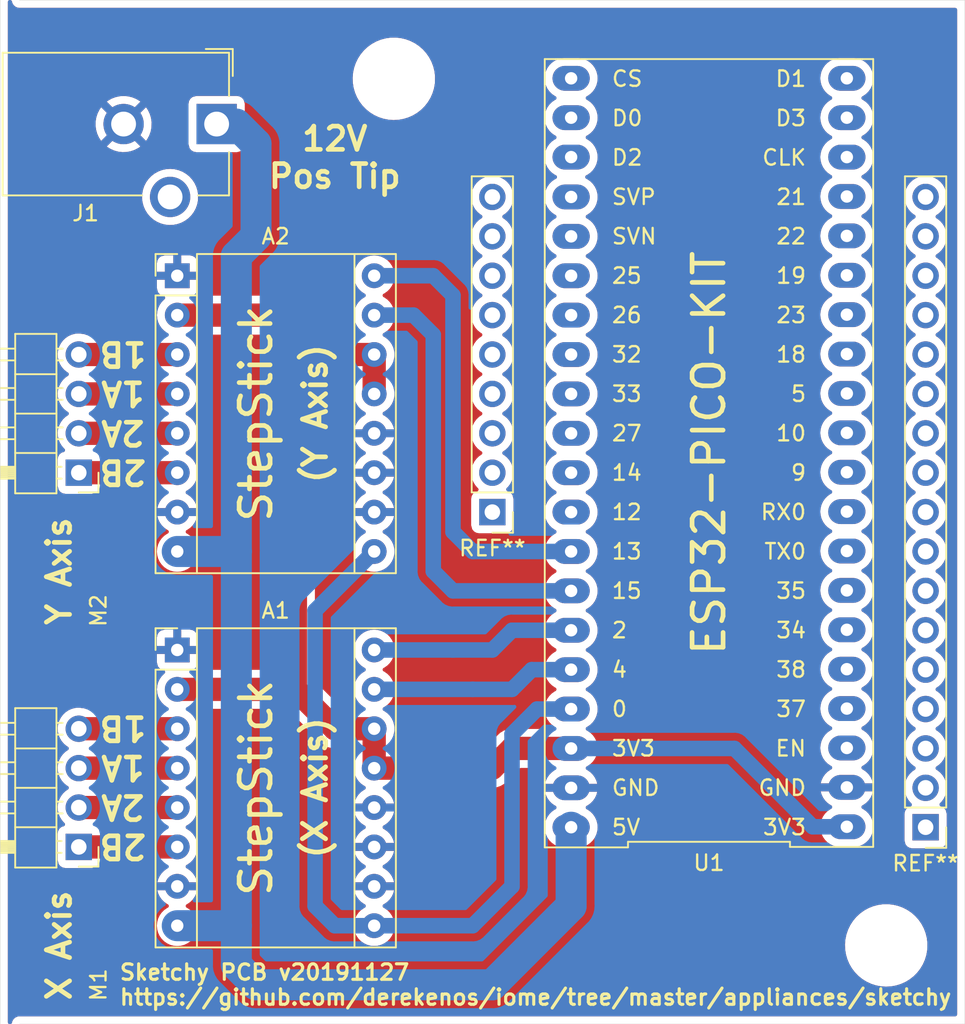
<source format=kicad_pcb>
(kicad_pcb (version 20190905) (host pcbnew "5.99.0-unknown-c3175b4~86~ubuntu16.04.1")
  (layers (0 "F.Cu" signal hide) (31 "B.Cu" signal) (34 "B.Paste" user hide) (35 "F.Paste" user hide) (36 "B.SilkS" user hide) (37 "F.SilkS" user hide) (38 "B.Mask" user hide) (39 "F.Mask" user hide) (44 "Edge.Cuts" user hide))
  (net 0 "")
  (net 1 "GND")
  (net 2 "NOT_ENABLE")
  (net 3 "3V3")
  (net 4 "Net-(A1-Pad3)")
  (net 5 "Net-(A1-Pad4)")
  (net 6 "Net-(A1-Pad5)")
  (net 7 "Net-(A1-Pad6)")
  (net 8 "STEPPER_X_STEP")
  (net 9 "VDD")
  (net 10 "STEPPER_X_DIR")
  (net 11 "STEPPER_Y_STEP")
  (net 12 "STEPPER_Y_DIR")
  (net 13 "Net-(U1-Pad3)")
  (net 14 "Net-(U1-Pad4)")
  (net 15 "Net-(U1-Pad5)")
  (net 16 "Net-(U1-Pad6)")
  (net 17 "Net-(U1-Pad7)")
  (net 18 "Net-(U1-Pad8)")
  (net 19 "Net-(U1-Pad32)")
  (net 20 "Net-(U1-Pad9)")
  (net 21 "Net-(U1-Pad31)")
  (net 22 "Net-(U1-Pad10)")
  (net 23 "Net-(U1-Pad30)")
  (net 24 "Net-(U1-Pad11)")
  (net 25 "Net-(U1-Pad29)")
  (net 26 "Net-(U1-Pad12)")
  (net 27 "Net-(U1-Pad28)")
  (net 28 "Net-(U1-Pad13)")
  (net 29 "Net-(U1-Pad27)")
  (net 30 "Net-(U1-Pad14)")
  (net 31 "Net-(U1-Pad26)")
  (net 32 "Net-(U1-Pad15)")
  (net 33 "Net-(U1-Pad25)")
  (net 34 "Net-(U1-Pad16)")
  (net 35 "Net-(U1-Pad24)")
  (net 36 "Net-(U1-Pad17)")
  (net 37 "Net-(U1-Pad23)")
  (net 38 "Net-(U1-Pad22)")
  (net 39 "Net-(U1-Pad21)")
  (net 40 "Net-(U1-Pad20)")
  (net 41 "Net-(U1-Pad19)")
  (net 42 "Net-(U1-Pad18)")
  (net 43 "Net-(A1-Pad3)_1")
  (net 44 "Net-(A1-Pad4)_1")
  (net 45 "Net-(A1-Pad5)_1")
  (net 46 "Net-(A1-Pad6)_1")
  (module "Pin_Headers:Pin_Header_Straight_1x09_Pitch2.54mm" (layer "F.Cu") (at 161.29 128.27 180)
    (fp_text reference "REF**" (at 0 -2.33) (layer "F.SilkS"))
    (fp_text value "Pin_Header_Straight_1x09_Pitch2.54mm")
    (fp_line (start -1.33 21.65) (end 1.33 21.65) (layer "F.SilkS") (width 0.12))
    (fp_line (start -1.33 1.27) (end -1.33 21.65) (layer "F.SilkS") (width 0.12))
    (fp_line (start 1.33 1.27) (end 1.33 21.65) (layer "F.SilkS") (width 0.12))
    (fp_line (start -1.33 1.27) (end 1.33 1.27) (layer "F.SilkS") (width 0.12))
    (fp_line (start -1.33 0) (end -1.33 -1.33) (layer "F.SilkS") (width 0.12))
    (fp_line (start -1.33 -1.33) (end 0 -1.33) (layer "F.SilkS") (width 0.12))
    (pad "9" thru_hole oval (at 0 20.32 180) (size 1.7 1.7) (drill 1) (layers *.Cu *.Mask))
    (pad "8" thru_hole oval (at 0 17.78 180) (size 1.7 1.7) (drill 1) (layers *.Cu *.Mask))
    (pad "7" thru_hole oval (at 0 15.24 180) (size 1.7 1.7) (drill 1) (layers *.Cu *.Mask))
    (pad "6" thru_hole oval (at 0 12.7 180) (size 1.7 1.7) (drill 1) (layers *.Cu *.Mask))
    (pad "5" thru_hole oval (at 0 10.16 180) (size 1.7 1.7) (drill 1) (layers *.Cu *.Mask))
    (pad "4" thru_hole oval (at 0 7.62 180) (size 1.7 1.7) (drill 1) (layers *.Cu *.Mask))
    (pad "3" thru_hole oval (at 0 5.08 180) (size 1.7 1.7) (drill 1) (layers *.Cu *.Mask))
    (pad "2" thru_hole oval (at 0 2.54 180) (size 1.7 1.7) (drill 1) (layers *.Cu *.Mask))
    (pad "1" thru_hole rect (at 0 0 180) (size 1.7 1.7) (drill 1) (layers *.Cu *.Mask))
  )
  (module "Pin_Headers:Pin_Header_Straight_1x17_Pitch2.54mm" (layer "F.Cu") (at 189.23 148.59 180)
    (fp_text reference "REF**" (at 0 -2.33) (layer "F.SilkS"))
    (fp_text value "Pin_Header_Straight_1x17_Pitch2.54mm")
    (fp_line (start -1.33 41.97) (end 1.33 41.97) (layer "F.SilkS") (width 0.12))
    (fp_line (start -1.33 1.27) (end -1.33 41.97) (layer "F.SilkS") (width 0.12))
    (fp_line (start 1.33 1.27) (end 1.33 41.97) (layer "F.SilkS") (width 0.12))
    (fp_line (start -1.33 1.27) (end 1.33 1.27) (layer "F.SilkS") (width 0.12))
    (fp_line (start -1.33 0) (end -1.33 -1.33) (layer "F.SilkS") (width 0.12))
    (fp_line (start -1.33 -1.33) (end 0 -1.33) (layer "F.SilkS") (width 0.12))
    (pad "17" thru_hole oval (at 0 40.64 180) (size 1.7 1.7) (drill 1) (layers *.Cu *.Mask))
    (pad "16" thru_hole oval (at 0 38.1 180) (size 1.7 1.7) (drill 1) (layers *.Cu *.Mask))
    (pad "15" thru_hole oval (at 0 35.56 180) (size 1.7 1.7) (drill 1) (layers *.Cu *.Mask))
    (pad "14" thru_hole oval (at 0 33.02 180) (size 1.7 1.7) (drill 1) (layers *.Cu *.Mask))
    (pad "13" thru_hole oval (at 0 30.48 180) (size 1.7 1.7) (drill 1) (layers *.Cu *.Mask))
    (pad "12" thru_hole oval (at 0 27.94 180) (size 1.7 1.7) (drill 1) (layers *.Cu *.Mask))
    (pad "11" thru_hole oval (at 0 25.4 180) (size 1.7 1.7) (drill 1) (layers *.Cu *.Mask))
    (pad "10" thru_hole oval (at 0 22.86 180) (size 1.7 1.7) (drill 1) (layers *.Cu *.Mask))
    (pad "9" thru_hole oval (at 0 20.32 180) (size 1.7 1.7) (drill 1) (layers *.Cu *.Mask))
    (pad "8" thru_hole oval (at 0 17.78 180) (size 1.7 1.7) (drill 1) (layers *.Cu *.Mask))
    (pad "7" thru_hole oval (at 0 15.24 180) (size 1.7 1.7) (drill 1) (layers *.Cu *.Mask))
    (pad "6" thru_hole oval (at 0 12.7 180) (size 1.7 1.7) (drill 1) (layers *.Cu *.Mask))
    (pad "5" thru_hole oval (at 0 10.16 180) (size 1.7 1.7) (drill 1) (layers *.Cu *.Mask))
    (pad "4" thru_hole oval (at 0 7.62 180) (size 1.7 1.7) (drill 1) (layers *.Cu *.Mask))
    (pad "3" thru_hole oval (at 0 5.08 180) (size 1.7 1.7) (drill 1) (layers *.Cu *.Mask))
    (pad "2" thru_hole oval (at 0 2.54 180) (size 1.7 1.7) (drill 1) (layers *.Cu *.Mask))
    (pad "1" thru_hole rect (at 0 0 180) (size 1.7 1.7) (drill 1) (layers *.Cu *.Mask))
  )
  (module "Mounting_Holes:MountingHole_4.3mm_M4" (layer "F.Cu") (at 186.69 156.21)
    (fp_text reference "REF**" hide)
    (fp_text value "MountingHole_4.3mm_M4" hide)
    (pad "1" np_thru_hole circle (at 0 0) (size 4.3 4.3) (drill 4.3) (layers *.Cu *.Mask))
  )
  (module "Mounting_Holes:MountingHole_4.3mm_M4" (layer "F.Cu") (at 154.94 100.33)
    (fp_text reference "REF**" hide)
    (fp_text value "MountingHole_4.3mm_M4" hide)
    (pad "1" np_thru_hole circle (at 0 0) (size 4.3 4.3) (drill 4.3) (layers *.Cu *.Mask))
  )
  (module "Pin_Headers:Pin_Header_Angled_1x04_Pitch2.54mm" (layer "F.Cu") (at 134.62 125.73 180)
    (fp_text reference "M2" (at -1.27 -8.89 90) (layer "F.SilkS"))
    (fp_text value "Stepper_Motor_bipolar" hide)
    (fp_line (start -1.27 -1.27) (end 0 -1.27) (layer "F.SilkS") (width 0.12))
    (fp_line (start -1.27 0) (end -1.27 -1.27) (layer "F.SilkS") (width 0.12))
    (fp_line (start 1.042929 8) (end 1.44 8) (layer "F.SilkS") (width 0.12))
    (fp_line (start 1.042929 7.24) (end 1.44 7.24) (layer "F.SilkS") (width 0.12))
    (fp_line (start 10.1 8) (end 4.1 8) (layer "F.SilkS") (width 0.12))
    (fp_line (start 10.1 7.24) (end 10.1 8) (layer "F.SilkS") (width 0.12))
    (fp_line (start 4.1 7.24) (end 10.1 7.24) (layer "F.SilkS") (width 0.12))
    (fp_line (start 1.44 6.35) (end 4.1 6.35) (layer "F.SilkS") (width 0.12))
    (fp_line (start 1.042929 5.46) (end 1.44 5.46) (layer "F.SilkS") (width 0.12))
    (fp_line (start 1.042929 4.7) (end 1.44 4.7) (layer "F.SilkS") (width 0.12))
    (fp_line (start 10.1 5.46) (end 4.1 5.46) (layer "F.SilkS") (width 0.12))
    (fp_line (start 10.1 4.7) (end 10.1 5.46) (layer "F.SilkS") (width 0.12))
    (fp_line (start 4.1 4.7) (end 10.1 4.7) (layer "F.SilkS") (width 0.12))
    (fp_line (start 1.44 3.81) (end 4.1 3.81) (layer "F.SilkS") (width 0.12))
    (fp_line (start 1.042929 2.92) (end 1.44 2.92) (layer "F.SilkS") (width 0.12))
    (fp_line (start 1.042929 2.16) (end 1.44 2.16) (layer "F.SilkS") (width 0.12))
    (fp_line (start 10.1 2.92) (end 4.1 2.92) (layer "F.SilkS") (width 0.12))
    (fp_line (start 10.1 2.16) (end 10.1 2.92) (layer "F.SilkS") (width 0.12))
    (fp_line (start 4.1 2.16) (end 10.1 2.16) (layer "F.SilkS") (width 0.12))
    (fp_line (start 1.44 1.27) (end 4.1 1.27) (layer "F.SilkS") (width 0.12))
    (fp_line (start 1.11 0.38) (end 1.44 0.38) (layer "F.SilkS") (width 0.12))
    (fp_line (start 1.11 -0.38) (end 1.44 -0.38) (layer "F.SilkS") (width 0.12))
    (fp_line (start 4.1 0.28) (end 10.1 0.28) (layer "F.SilkS") (width 0.12))
    (fp_line (start 4.1 0.16) (end 10.1 0.16) (layer "F.SilkS") (width 0.12))
    (fp_line (start 4.1 0.04) (end 10.1 0.04) (layer "F.SilkS") (width 0.12))
    (fp_line (start 4.1 -0.08) (end 10.1 -0.08) (layer "F.SilkS") (width 0.12))
    (fp_line (start 4.1 -0.2) (end 10.1 -0.2) (layer "F.SilkS") (width 0.12))
    (fp_line (start 4.1 -0.32) (end 10.1 -0.32) (layer "F.SilkS") (width 0.12))
    (fp_line (start 10.1 0.38) (end 4.1 0.38) (layer "F.SilkS") (width 0.12))
    (fp_line (start 10.1 -0.38) (end 10.1 0.38) (layer "F.SilkS") (width 0.12))
    (fp_line (start 4.1 -0.38) (end 10.1 -0.38) (layer "F.SilkS") (width 0.12))
    (fp_line (start 4.1 -1.33) (end 1.44 -1.33) (layer "F.SilkS") (width 0.12))
    (fp_line (start 4.1 8.95) (end 4.1 -1.33) (layer "F.SilkS") (width 0.12))
    (fp_line (start 1.44 8.95) (end 4.1 8.95) (layer "F.SilkS") (width 0.12))
    (fp_line (start 1.44 -1.33) (end 1.44 8.95) (layer "F.SilkS") (width 0.12))
    (pad "1" thru_hole rect (at 0 0 180) (size 1.7 1.7) (drill 1) (layers *.Cu *.Mask) (net 7 "Net-(A1-Pad6)"))
    (pad "2" thru_hole oval (at 0 2.54 180) (size 1.7 1.7) (drill 1) (layers *.Cu *.Mask) (net 45 "Net-(A1-Pad5)_1"))
    (pad "3" thru_hole oval (at 0 5.08 180) (size 1.7 1.7) (drill 1) (layers *.Cu *.Mask) (net 5 "Net-(A1-Pad4)"))
    (pad "4" thru_hole oval (at 0 7.62 180) (size 1.7 1.7) (drill 1) (layers *.Cu *.Mask) (net 4 "Net-(A1-Pad3)"))
  )
  (module "Pin_Headers:Pin_Header_Angled_1x04_Pitch2.54mm" (layer "F.Cu") (at 134.62 149.86 180)
    (fp_text reference "M1" (at -1.27 -8.89 90) (layer "F.SilkS"))
    (fp_text value "Stepper_Motor_bipolar" hide)
    (fp_line (start -1.27 -1.27) (end 0 -1.27) (layer "F.SilkS") (width 0.12))
    (fp_line (start -1.27 0) (end -1.27 -1.27) (layer "F.SilkS") (width 0.12))
    (fp_line (start 1.042929 8) (end 1.44 8) (layer "F.SilkS") (width 0.12))
    (fp_line (start 1.042929 7.24) (end 1.44 7.24) (layer "F.SilkS") (width 0.12))
    (fp_line (start 10.1 8) (end 4.1 8) (layer "F.SilkS") (width 0.12))
    (fp_line (start 10.1 7.24) (end 10.1 8) (layer "F.SilkS") (width 0.12))
    (fp_line (start 4.1 7.24) (end 10.1 7.24) (layer "F.SilkS") (width 0.12))
    (fp_line (start 1.44 6.35) (end 4.1 6.35) (layer "F.SilkS") (width 0.12))
    (fp_line (start 1.042929 5.46) (end 1.44 5.46) (layer "F.SilkS") (width 0.12))
    (fp_line (start 1.042929 4.7) (end 1.44 4.7) (layer "F.SilkS") (width 0.12))
    (fp_line (start 10.1 5.46) (end 4.1 5.46) (layer "F.SilkS") (width 0.12))
    (fp_line (start 10.1 4.7) (end 10.1 5.46) (layer "F.SilkS") (width 0.12))
    (fp_line (start 4.1 4.7) (end 10.1 4.7) (layer "F.SilkS") (width 0.12))
    (fp_line (start 1.44 3.81) (end 4.1 3.81) (layer "F.SilkS") (width 0.12))
    (fp_line (start 1.042929 2.92) (end 1.44 2.92) (layer "F.SilkS") (width 0.12))
    (fp_line (start 1.042929 2.16) (end 1.44 2.16) (layer "F.SilkS") (width 0.12))
    (fp_line (start 10.1 2.92) (end 4.1 2.92) (layer "F.SilkS") (width 0.12))
    (fp_line (start 10.1 2.16) (end 10.1 2.92) (layer "F.SilkS") (width 0.12))
    (fp_line (start 4.1 2.16) (end 10.1 2.16) (layer "F.SilkS") (width 0.12))
    (fp_line (start 1.44 1.27) (end 4.1 1.27) (layer "F.SilkS") (width 0.12))
    (fp_line (start 1.11 0.38) (end 1.44 0.38) (layer "F.SilkS") (width 0.12))
    (fp_line (start 1.11 -0.38) (end 1.44 -0.38) (layer "F.SilkS") (width 0.12))
    (fp_line (start 4.1 0.28) (end 10.1 0.28) (layer "F.SilkS") (width 0.12))
    (fp_line (start 4.1 0.16) (end 10.1 0.16) (layer "F.SilkS") (width 0.12))
    (fp_line (start 4.1 0.04) (end 10.1 0.04) (layer "F.SilkS") (width 0.12))
    (fp_line (start 4.1 -0.08) (end 10.1 -0.08) (layer "F.SilkS") (width 0.12))
    (fp_line (start 4.1 -0.2) (end 10.1 -0.2) (layer "F.SilkS") (width 0.12))
    (fp_line (start 4.1 -0.32) (end 10.1 -0.32) (layer "F.SilkS") (width 0.12))
    (fp_line (start 10.1 0.38) (end 4.1 0.38) (layer "F.SilkS") (width 0.12))
    (fp_line (start 10.1 -0.38) (end 10.1 0.38) (layer "F.SilkS") (width 0.12))
    (fp_line (start 4.1 -0.38) (end 10.1 -0.38) (layer "F.SilkS") (width 0.12))
    (fp_line (start 4.1 -1.33) (end 1.44 -1.33) (layer "F.SilkS") (width 0.12))
    (fp_line (start 4.1 8.95) (end 4.1 -1.33) (layer "F.SilkS") (width 0.12))
    (fp_line (start 1.44 8.95) (end 4.1 8.95) (layer "F.SilkS") (width 0.12))
    (fp_line (start 1.44 -1.33) (end 1.44 8.95) (layer "F.SilkS") (width 0.12))
    (pad "1" thru_hole rect (at 0 0 180) (size 1.7 1.7) (drill 1) (layers *.Cu *.Mask) (net 46 "Net-(A1-Pad6)_1"))
    (pad "2" thru_hole oval (at 0 2.54 180) (size 1.7 1.7) (drill 1) (layers *.Cu *.Mask) (net 6 "Net-(A1-Pad5)"))
    (pad "3" thru_hole oval (at 0 5.08 180) (size 1.7 1.7) (drill 1) (layers *.Cu *.Mask) (net 44 "Net-(A1-Pad4)_1"))
    (pad "4" thru_hole oval (at 0 7.62 180) (size 1.7 1.7) (drill 1) (layers *.Cu *.Mask) (net 43 "Net-(A1-Pad3)_1"))
  )
  (module "Modules:Pololu_Breakout-16_15.2x20.3mm" (layer "F.Cu") (at 140.97 113.03)
    (fp_text reference "A2" (at 6.35 -2.54) (layer "F.SilkS"))
    (fp_text value "Pololu_Breakout_A4988")
    (fp_line (start 14.1 -1.4) (end 1.27 -1.4) (layer "F.SilkS") (width 0.12))
    (fp_line (start 14.1 19.18) (end 14.1 -1.4) (layer "F.SilkS") (width 0.12))
    (fp_line (start -1.4 19.18) (end 14.1 19.18) (layer "F.SilkS") (width 0.12))
    (fp_line (start -1.4 1.27) (end -1.4 19.18) (layer "F.SilkS") (width 0.12))
    (fp_line (start 1.27 1.27) (end -1.4 1.27) (layer "F.SilkS") (width 0.12))
    (fp_line (start 1.27 -1.4) (end 1.27 1.27) (layer "F.SilkS") (width 0.12))
    (fp_line (start -1.4 -1.4) (end -1.4 0) (layer "F.SilkS") (width 0.12))
    (fp_line (start 0 -1.4) (end -1.4 -1.4) (layer "F.SilkS") (width 0.12))
    (fp_line (start 1.27 1.27) (end 1.27 19.18) (layer "F.SilkS") (width 0.12))
    (fp_line (start 11.43 -1.4) (end 11.43 19.18) (layer "F.SilkS") (width 0.12))
    (pad "1" thru_hole rect (at 0 0) (size 1.6 1.6) (drill 0.8) (layers *.Cu *.Mask) (net 1 "GND"))
    (pad "9" thru_hole oval (at 12.7 17.78) (size 1.6 1.6) (drill 0.8) (layers *.Cu *.Mask) (net 2 "NOT_ENABLE"))
    (pad "2" thru_hole oval (at 0 2.54) (size 1.6 1.6) (drill 0.8) (layers *.Cu *.Mask) (net 3 "3V3"))
    (pad "10" thru_hole oval (at 12.7 15.24) (size 1.6 1.6) (drill 0.8) (layers *.Cu *.Mask) (net 1 "GND"))
    (pad "3" thru_hole oval (at 0 5.08) (size 1.6 1.6) (drill 0.8) (layers *.Cu *.Mask) (net 4 "Net-(A1-Pad3)"))
    (pad "11" thru_hole oval (at 12.7 12.7) (size 1.6 1.6) (drill 0.8) (layers *.Cu *.Mask) (net 1 "GND"))
    (pad "4" thru_hole oval (at 0 7.62) (size 1.6 1.6) (drill 0.8) (layers *.Cu *.Mask) (net 5 "Net-(A1-Pad4)"))
    (pad "12" thru_hole oval (at 12.7 10.16) (size 1.6 1.6) (drill 0.8) (layers *.Cu *.Mask) (net 1 "GND"))
    (pad "5" thru_hole oval (at 0 10.16) (size 1.6 1.6) (drill 0.8) (layers *.Cu *.Mask) (net 45 "Net-(A1-Pad5)_1"))
    (pad "13" thru_hole oval (at 12.7 7.62) (size 1.6 1.6) (drill 0.8) (layers *.Cu *.Mask) (net 3 "3V3"))
    (pad "6" thru_hole oval (at 0 12.7) (size 1.6 1.6) (drill 0.8) (layers *.Cu *.Mask) (net 7 "Net-(A1-Pad6)"))
    (pad "14" thru_hole oval (at 12.7 5.08) (size 1.6 1.6) (drill 0.8) (layers *.Cu *.Mask) (net 3 "3V3"))
    (pad "7" thru_hole oval (at 0 15.24) (size 1.6 1.6) (drill 0.8) (layers *.Cu *.Mask) (net 1 "GND"))
    (pad "15" thru_hole oval (at 12.7 2.54) (size 1.6 1.6) (drill 0.8) (layers *.Cu *.Mask) (net 11 "STEPPER_Y_STEP"))
    (pad "8" thru_hole oval (at 0 17.78) (size 1.6 1.6) (drill 0.8) (layers *.Cu *.Mask) (net 9 "VDD"))
    (pad "16" thru_hole oval (at 12.7 0) (size 1.6 1.6) (drill 0.8) (layers *.Cu *.Mask) (net 12 "STEPPER_Y_DIR"))
  )
  (module "Modules:Pololu_Breakout-16_15.2x20.3mm" (layer "F.Cu") (at 140.97 137.16)
    (fp_text reference "A1" (at 6.35 -2.54) (layer "F.SilkS"))
    (fp_text value "Pololu_Breakout_A4988")
    (fp_line (start 14.1 -1.4) (end 1.27 -1.4) (layer "F.SilkS") (width 0.12))
    (fp_line (start 14.1 19.18) (end 14.1 -1.4) (layer "F.SilkS") (width 0.12))
    (fp_line (start -1.4 19.18) (end 14.1 19.18) (layer "F.SilkS") (width 0.12))
    (fp_line (start -1.4 1.27) (end -1.4 19.18) (layer "F.SilkS") (width 0.12))
    (fp_line (start 1.27 1.27) (end -1.4 1.27) (layer "F.SilkS") (width 0.12))
    (fp_line (start 1.27 -1.4) (end 1.27 1.27) (layer "F.SilkS") (width 0.12))
    (fp_line (start -1.4 -1.4) (end -1.4 0) (layer "F.SilkS") (width 0.12))
    (fp_line (start 0 -1.4) (end -1.4 -1.4) (layer "F.SilkS") (width 0.12))
    (fp_line (start 1.27 1.27) (end 1.27 19.18) (layer "F.SilkS") (width 0.12))
    (fp_line (start 11.43 -1.4) (end 11.43 19.18) (layer "F.SilkS") (width 0.12))
    (pad "1" thru_hole rect (at 0 0) (size 1.6 1.6) (drill 0.8) (layers *.Cu *.Mask) (net 1 "GND"))
    (pad "9" thru_hole oval (at 12.7 17.78) (size 1.6 1.6) (drill 0.8) (layers *.Cu *.Mask) (net 2 "NOT_ENABLE"))
    (pad "2" thru_hole oval (at 0 2.54) (size 1.6 1.6) (drill 0.8) (layers *.Cu *.Mask) (net 3 "3V3"))
    (pad "10" thru_hole oval (at 12.7 15.24) (size 1.6 1.6) (drill 0.8) (layers *.Cu *.Mask) (net 1 "GND"))
    (pad "3" thru_hole oval (at 0 5.08) (size 1.6 1.6) (drill 0.8) (layers *.Cu *.Mask) (net 43 "Net-(A1-Pad3)_1"))
    (pad "11" thru_hole oval (at 12.7 12.7) (size 1.6 1.6) (drill 0.8) (layers *.Cu *.Mask) (net 1 "GND"))
    (pad "4" thru_hole oval (at 0 7.62) (size 1.6 1.6) (drill 0.8) (layers *.Cu *.Mask) (net 44 "Net-(A1-Pad4)_1"))
    (pad "12" thru_hole oval (at 12.7 10.16) (size 1.6 1.6) (drill 0.8) (layers *.Cu *.Mask) (net 1 "GND"))
    (pad "5" thru_hole oval (at 0 10.16) (size 1.6 1.6) (drill 0.8) (layers *.Cu *.Mask) (net 6 "Net-(A1-Pad5)"))
    (pad "13" thru_hole oval (at 12.7 7.62) (size 1.6 1.6) (drill 0.8) (layers *.Cu *.Mask) (net 3 "3V3"))
    (pad "6" thru_hole oval (at 0 12.7) (size 1.6 1.6) (drill 0.8) (layers *.Cu *.Mask) (net 46 "Net-(A1-Pad6)_1"))
    (pad "14" thru_hole oval (at 12.7 5.08) (size 1.6 1.6) (drill 0.8) (layers *.Cu *.Mask) (net 3 "3V3"))
    (pad "7" thru_hole oval (at 0 15.24) (size 1.6 1.6) (drill 0.8) (layers *.Cu *.Mask) (net 1 "GND"))
    (pad "15" thru_hole oval (at 12.7 2.54) (size 1.6 1.6) (drill 0.8) (layers *.Cu *.Mask) (net 8 "STEPPER_X_STEP"))
    (pad "8" thru_hole oval (at 0 17.78) (size 1.6 1.6) (drill 0.8) (layers *.Cu *.Mask) (net 9 "VDD"))
    (pad "16" thru_hole oval (at 12.7 0) (size 1.6 1.6) (drill 0.8) (layers *.Cu *.Mask) (net 10 "STEPPER_X_DIR"))
  )
  (module "Modules-custom:ESP32-PICO-KIT" (layer "F.Cu") (at 172.72 124.46 90)
    (fp_text reference "U1" (at -26.43 2.54) (layer "F.SilkS"))
    (fp_text value "ESP32-PICO-KIT" (at 0 2.54 90) (layer "F.SilkS") (effects (font (size 2 2) (thickness 0.3))))
    (fp_text user "CS" (at 24.13 -3.81 unlocked) (layer "F.SilkS") (effects (justify left)))
    (fp_text user "D0" (at 21.59 -3.81 unlocked) (layer "F.SilkS") (effects (justify left)))
    (fp_text user "D2" (at 19.05 -3.81 unlocked) (layer "F.SilkS") (effects (justify left)))
    (fp_text user "D1" (at 24.13 8.89 unlocked) (layer "F.SilkS") (effects (justify right)))
    (fp_text user "D3" (at 21.59 8.89 unlocked) (layer "F.SilkS") (effects (justify right)))
    (fp_text user "CLK" (at 19.05 8.89 unlocked) (layer "F.SilkS") (effects (justify right)))
    (fp_text user "SVP" (at 16.51 -3.81 unlocked) (layer "F.SilkS") (effects (justify left)))
    (fp_text user "32" (at 6.35 -3.81 unlocked) (layer "F.SilkS") (effects (justify left)))
    (fp_text user "27" (at 1.27 -3.81 unlocked) (layer "F.SilkS") (effects (justify left)))
    (fp_text user "12" (at -3.81 -3.81 unlocked) (layer "F.SilkS") (effects (justify left)))
    (fp_text user "33" (at 3.81 -3.81 unlocked) (layer "F.SilkS") (effects (justify left)))
    (fp_text user "SVN" (at 13.97 -3.81 unlocked) (layer "F.SilkS") (effects (justify left)))
    (fp_text user "25" (at 11.43 -3.81 unlocked) (layer "F.SilkS") (effects (justify left)))
    (fp_text user "26" (at 8.89 -3.81 unlocked) (layer "F.SilkS") (effects (justify left)))
    (fp_text user "14" (at -1.27 -3.81 unlocked) (layer "F.SilkS") (effects (justify left)))
    (fp_text user "13" (at -6.35 -3.81 unlocked) (layer "F.SilkS") (effects (justify left)))
    (fp_text user "15" (at -8.89 -3.81 unlocked) (layer "F.SilkS") (effects (justify left)))
    (fp_text user "2" (at -11.43 -3.81 unlocked) (layer "F.SilkS") (effects (justify left)))
    (fp_text user "4" (at -13.97 -3.81 unlocked) (layer "F.SilkS") (effects (justify left)))
    (fp_text user "0" (at -16.51 -3.81 unlocked) (layer "F.SilkS") (effects (justify left)))
    (fp_text user "3V3" (at -19.05 -3.81 unlocked) (layer "F.SilkS") (effects (justify left)))
    (fp_text user "GND" (at -21.59 -3.81 unlocked) (layer "F.SilkS") (effects (justify left)))
    (fp_text user "5V" (at -24.13 -3.81 unlocked) (layer "F.SilkS") (effects (justify left)))
    (fp_text user "RX0" (at -3.81 8.89 unlocked) (layer "F.SilkS") (effects (justify right)))
    (fp_text user "21" (at 16.51 8.89 unlocked) (layer "F.SilkS") (effects (justify right)))
    (fp_text user "22" (at 13.97 8.89 unlocked) (layer "F.SilkS") (effects (justify right)))
    (fp_text user "19" (at 11.43 8.89 unlocked) (layer "F.SilkS") (effects (justify right)))
    (fp_text user "23" (at 8.89 8.89 unlocked) (layer "F.SilkS") (effects (justify right)))
    (fp_text user "18" (at 6.35 8.89 unlocked) (layer "F.SilkS") (effects (justify right)))
    (fp_text user "5" (at 3.81 8.89 unlocked) (layer "F.SilkS") (effects (justify right)))
    (fp_text user "10" (at 1.27 8.89 unlocked) (layer "F.SilkS") (effects (justify right)))
    (fp_text user "9" (at -1.27 8.89 unlocked) (layer "F.SilkS") (effects (justify right)))
    (fp_text user "TX0" (at -6.35 8.89 unlocked) (layer "F.SilkS") (effects (justify right)))
    (fp_text user "35" (at -8.89 8.89 unlocked) (layer "F.SilkS") (effects (justify right)))
    (fp_text user "34" (at -11.43 8.89 unlocked) (layer "F.SilkS") (effects (justify right)))
    (fp_text user "38" (at -13.97 8.89 unlocked) (layer "F.SilkS") (effects (justify right)))
    (fp_text user "37" (at -16.51 8.89 unlocked) (layer "F.SilkS") (effects (justify right)))
    (fp_text user "EN" (at -19.05 8.89 unlocked) (layer "F.SilkS") (effects (justify right)))
    (fp_text user "GND" (at -21.59 8.89 unlocked) (layer "F.SilkS") (effects (justify right)))
    (fp_text user "3V3" (at -24.13 8.89 unlocked) (layer "F.SilkS") (effects (justify right)))
    (fp_line (start -25.4 7.763333) (end -25.4 13.129999) (layer "F.SilkS") (width 0.12))
    (fp_line (start -25.07 7.763333) (end -25.4 7.763333) (layer "F.SilkS") (width 0.12))
    (fp_line (start -25.07 -2.683333) (end -25.07 7.763333) (layer "F.SilkS") (width 0.12))
    (fp_line (start -25.43 -2.683333) (end -25.07 -2.683333) (layer "F.SilkS") (width 0.12))
    (fp_line (start -25.43 -8.05) (end -25.43 -2.683333) (layer "F.SilkS") (width 0.12))
    (fp_line (start 25.4 -8.049999) (end -25.43 -8.05) (layer "F.SilkS") (width 0.12))
    (fp_line (start 25.4 13.13) (end 25.4 -8.049999) (layer "F.SilkS") (width 0.12))
    (fp_line (start -25.4 13.129999) (end 25.4 13.13) (layer "F.SilkS") (width 0.12))
    (pad "23" thru_hole oval (at 19.08 -6.35 90) (size 1.6 2.4) (drill 0.8) (layers *.Cu *.Mask) (net 37 "Net-(U1-Pad23)"))
    (pad "22" thru_hole oval (at 21.62 -6.35 90) (size 1.6 2.4) (drill 0.8) (layers *.Cu *.Mask) (net 38 "Net-(U1-Pad22)"))
    (pad "21" thru_hole oval (at 24.16 -6.35 90) (size 1.6 2.4) (drill 0.8) (layers *.Cu *.Mask) (net 39 "Net-(U1-Pad21)"))
    (pad "20" thru_hole oval (at 24.16 11.43 90) (size 1.6 2.4) (drill 0.8) (layers *.Cu *.Mask) (net 40 "Net-(U1-Pad20)"))
    (pad "19" thru_hole oval (at 21.62 11.43 90) (size 1.6 2.4) (drill 0.8) (layers *.Cu *.Mask) (net 41 "Net-(U1-Pad19)"))
    (pad "18" thru_hole oval (at 19.08 11.43 90) (size 1.6 2.4) (drill 0.8) (layers *.Cu *.Mask) (net 42 "Net-(U1-Pad18)"))
    (pad "40" thru_hole oval (at -24.13 -6.35 90) (size 1.6 2.4) (drill 0.8) (layers *.Cu *.Mask) (net 9 "VDD"))
    (pad "1" thru_hole oval (at -24.1 11.43 90) (size 1.6 2.4) (drill 0.8) (layers *.Cu *.Mask) (net 3 "3V3"))
    (pad "39" thru_hole oval (at -21.59 -6.35 90) (size 1.6 2.4) (drill 0.8) (layers *.Cu *.Mask) (net 1 "GND"))
    (pad "2" thru_hole oval (at -21.56 11.43 90) (size 1.6 2.4) (drill 0.8) (layers *.Cu *.Mask) (net 1 "GND"))
    (pad "38" thru_hole oval (at -19.05 -6.35 90) (size 1.6 2.4) (drill 0.8) (layers *.Cu *.Mask) (net 3 "3V3"))
    (pad "3" thru_hole oval (at -19.02 11.43 90) (size 1.6 2.4) (drill 0.8) (layers *.Cu *.Mask) (net 13 "Net-(U1-Pad3)"))
    (pad "37" thru_hole oval (at -16.51 -6.35 90) (size 1.6 2.4) (drill 0.8) (layers *.Cu *.Mask) (net 2 "NOT_ENABLE"))
    (pad "4" thru_hole oval (at -16.48 11.43 90) (size 1.6 2.4) (drill 0.8) (layers *.Cu *.Mask) (net 14 "Net-(U1-Pad4)"))
    (pad "36" thru_hole oval (at -13.97 -6.35 90) (size 1.6 2.4) (drill 0.8) (layers *.Cu *.Mask) (net 8 "STEPPER_X_STEP"))
    (pad "5" thru_hole oval (at -13.94 11.43 90) (size 1.6 2.4) (drill 0.8) (layers *.Cu *.Mask) (net 15 "Net-(U1-Pad5)"))
    (pad "35" thru_hole oval (at -11.43 -6.35 90) (size 1.6 2.4) (drill 0.8) (layers *.Cu *.Mask) (net 10 "STEPPER_X_DIR"))
    (pad "6" thru_hole oval (at -11.4 11.43 90) (size 1.6 2.4) (drill 0.8) (layers *.Cu *.Mask) (net 16 "Net-(U1-Pad6)"))
    (pad "34" thru_hole oval (at -8.89 -6.35 90) (size 1.6 2.4) (drill 0.8) (layers *.Cu *.Mask) (net 11 "STEPPER_Y_STEP"))
    (pad "7" thru_hole oval (at -8.86 11.43 90) (size 1.6 2.4) (drill 0.8) (layers *.Cu *.Mask) (net 17 "Net-(U1-Pad7)"))
    (pad "33" thru_hole oval (at -6.35 -6.35 90) (size 1.6 2.4) (drill 0.8) (layers *.Cu *.Mask) (net 12 "STEPPER_Y_DIR"))
    (pad "8" thru_hole oval (at -6.32 11.43 90) (size 1.6 2.4) (drill 0.8) (layers *.Cu *.Mask) (net 18 "Net-(U1-Pad8)"))
    (pad "32" thru_hole oval (at -3.81 -6.35 90) (size 1.6 2.4) (drill 0.8) (layers *.Cu *.Mask) (net 19 "Net-(U1-Pad32)"))
    (pad "9" thru_hole oval (at -3.78 11.43 90) (size 1.6 2.4) (drill 0.8) (layers *.Cu *.Mask) (net 20 "Net-(U1-Pad9)"))
    (pad "31" thru_hole oval (at -1.27 -6.35 90) (size 1.6 2.4) (drill 0.8) (layers *.Cu *.Mask) (net 21 "Net-(U1-Pad31)"))
    (pad "10" thru_hole oval (at -1.24 11.43 90) (size 1.6 2.4) (drill 0.8) (layers *.Cu *.Mask) (net 22 "Net-(U1-Pad10)"))
    (pad "30" thru_hole oval (at 1.27 -6.35 90) (size 1.6 2.4) (drill 0.8) (layers *.Cu *.Mask) (net 23 "Net-(U1-Pad30)"))
    (pad "11" thru_hole oval (at 1.3 11.43 90) (size 1.6 2.4) (drill 0.8) (layers *.Cu *.Mask) (net 24 "Net-(U1-Pad11)"))
    (pad "29" thru_hole oval (at 3.81 -6.35 90) (size 1.6 2.4) (drill 0.8) (layers *.Cu *.Mask) (net 25 "Net-(U1-Pad29)"))
    (pad "12" thru_hole oval (at 3.84 11.43 90) (size 1.6 2.4) (drill 0.8) (layers *.Cu *.Mask) (net 26 "Net-(U1-Pad12)"))
    (pad "28" thru_hole oval (at 6.35 -6.35 90) (size 1.6 2.4) (drill 0.8) (layers *.Cu *.Mask) (net 27 "Net-(U1-Pad28)"))
    (pad "13" thru_hole oval (at 6.38 11.43 90) (size 1.6 2.4) (drill 0.8) (layers *.Cu *.Mask) (net 28 "Net-(U1-Pad13)"))
    (pad "27" thru_hole oval (at 8.89 -6.35 90) (size 1.6 2.4) (drill 0.8) (layers *.Cu *.Mask) (net 29 "Net-(U1-Pad27)"))
    (pad "14" thru_hole oval (at 8.92 11.43 90) (size 1.6 2.4) (drill 0.8) (layers *.Cu *.Mask) (net 30 "Net-(U1-Pad14)"))
    (pad "26" thru_hole oval (at 11.43 -6.35 90) (size 1.6 2.4) (drill 0.8) (layers *.Cu *.Mask) (net 31 "Net-(U1-Pad26)"))
    (pad "15" thru_hole oval (at 11.46 11.43 90) (size 1.6 2.4) (drill 0.8) (layers *.Cu *.Mask) (net 32 "Net-(U1-Pad15)"))
    (pad "25" thru_hole oval (at 13.97 -6.35 90) (size 1.6 2.4) (drill 0.8) (layers *.Cu *.Mask) (net 33 "Net-(U1-Pad25)"))
    (pad "16" thru_hole oval (at 14 11.43 90) (size 1.6 2.4) (drill 0.8) (layers *.Cu *.Mask) (net 34 "Net-(U1-Pad16)"))
    (pad "24" thru_hole oval (at 16.51 -6.35 90) (size 1.6 2.4) (drill 0.8) (layers *.Cu *.Mask) (net 35 "Net-(U1-Pad24)"))
    (pad "17" thru_hole oval (at 16.54 11.43 90) (size 1.6 2.4) (drill 0.8) (layers *.Cu *.Mask) (net 36 "Net-(U1-Pad17)"))
  )
  (module "Connectors:Barrel_Jack_CUI_PJ-102AH" (layer "F.Cu") (at 143.51 103.25 -90)
    (fp_text reference "J1" (at 5.75 8.45) (layer "F.SilkS"))
    (fp_text value "Barrel_Jack")
    (fp_line (start 4.6 4.8) (end 4.6 13.8) (layer "F.SilkS") (width 0.12))
    (fp_line (start 4.6 13.8) (end -4.6 13.8) (layer "F.SilkS") (width 0.12))
    (fp_line (start -4.6 13.8) (end -4.6 -0.8) (layer "F.SilkS") (width 0.12))
    (fp_line (start -4.6 -0.8) (end -1.8 -0.8) (layer "F.SilkS") (width 0.12))
    (fp_line (start 1.8 -0.8) (end 4.6 -0.8) (layer "F.SilkS") (width 0.12))
    (fp_line (start 4.6 -0.8) (end 4.6 1.2) (layer "F.SilkS") (width 0.12))
    (fp_line (start -4.84 0.7) (end -4.84 -1.04) (layer "F.SilkS") (width 0.12))
    (fp_line (start -4.84 -1.04) (end -3.1 -1.04) (layer "F.SilkS") (width 0.12))
    (pad "1" thru_hole rect (at 0 0 270) (size 2.6 2.6) (drill 1.6) (layers *.Cu *.Mask) (net 9 "VDD"))
    (pad "2" thru_hole circle (at 0 6 270) (size 2.6 2.6) (drill 1.6) (layers *.Cu *.Mask) (net 1 "GND"))
    (pad "3" thru_hole circle (at 4.7 3 270) (size 2.6 2.6) (drill 1.6) (layers *.Cu *.Mask))
  )
  (gr_line (start 191.77 95.25) (end 130.81 95.25) (layer "Edge.Cuts") (width 0.05))
  (gr_line (start 191.77 161.29) (end 191.77 95.25) (layer "Edge.Cuts") (width 0.05))
  (gr_line (start 130.81 161.29) (end 191.77 161.29) (layer "Edge.Cuts") (width 0.05))
  (gr_line (start 129.54 95.25) (end 129.54 161.29) (layer "Edge.Cuts") (width 0.05))
  (gr_text "(Y Axis)" (at 149.86 121.92 90) (layer "F.SilkS") (effects (font (size 1.5 1.5) (thickness 0.3))))
  (gr_text "(X Axis)" (at 149.86 146.05 90) (layer "F.SilkS") (effects (font (size 1.5 1.5) (thickness 0.3))))
  (gr_text "StepStick" (at 146.05 121.92 90) (layer "F.SilkS") (effects (font (size 2 2) (thickness 0.3))))
  (gr_text "StepStick" (at 146.05 146.05 90) (layer "F.SilkS") (effects (font (size 2 2) (thickness 0.3))))
  (gr_text "Sketchy PCB v20191127\nhttps://github.com/derekenos/iome/tree/master/appliances/sketchy" (at 137.16 158.75) (layer "F.SilkS") (effects (font (size 1 1) (thickness 0.2)) (justify left)))
  (gr_text "12V\nPos Tip" (at 151.13 105.41) (layer "F.SilkS") (effects (font (size 1.5 1.5) (thickness 0.3))))
  (gr_text "2A" (at 137.46301 123.15153 180) (layer "F.SilkS") (effects (font (size 1.5 1.5) (thickness 0.3))))
  (gr_text "1A" (at 137.46301 120.61153 180) (layer "F.SilkS") (effects (font (size 1.5 1.5) (thickness 0.3))))
  (gr_text "1B" (at 137.46301 118.07153 180) (layer "F.SilkS") (effects (font (size 1.5 1.5) (thickness 0.3))))
  (gr_text "2B" (at 137.46301 125.69153 180) (layer "F.SilkS") (effects (font (size 1.5 1.5) (thickness 0.3))))
  (gr_text "2B" (at 137.46301 149.82153 180) (layer "F.SilkS") (effects (font (size 1.5 1.5) (thickness 0.3))))
  (gr_text "2A" (at 137.46301 147.28153 180) (layer "F.SilkS") (effects (font (size 1.5 1.5) (thickness 0.3))))
  (gr_text "1A" (at 137.46301 144.74153 180) (layer "F.SilkS") (effects (font (size 1.5 1.5) (thickness 0.3))))
  (gr_text "1B" (at 137.46301 142.20153 180) (layer "F.SilkS") (effects (font (size 1.5 1.5) (thickness 0.3))))
  (gr_text "Y Axis" (at 133.35 132.08 90) (layer "F.SilkS") (effects (font (size 1.5 1.5) (thickness 0.3))))
  (gr_text "X Axis" (at 133.35 156.21 90) (layer "F.SilkS") (effects (font (size 1.5 1.5) (thickness 0.3))))
  (segment (start 144.78 130.81) (end 144.78 111.76) (width 2) (layer "B.Cu") (net 9))
  (segment (start 144.78 111.76) (end 146.05 110.49) (width 2) (layer "B.Cu") (net 9))
  (segment (start 146.05 110.49) (end 146.05 104.52) (width 2) (layer "B.Cu") (net 9))
  (segment (start 146.05 104.52) (end 144.78 103.25) (width 2) (layer "B.Cu") (net 9))
  (segment (start 144.78 154.94) (end 144.78 130.81) (width 2) (layer "B.Cu") (net 9))
  (segment (start 146.05 158.75) (end 144.78 157.48) (width 2) (layer "B.Cu") (net 9))
  (segment (start 166.37 153.67) (end 161.29 158.75) (width 2) (layer "B.Cu") (net 9))
  (segment (start 166.37 148.59) (end 166.37 153.67) (width 2) (layer "B.Cu") (net 9))
  (segment (start 144.78 157.48) (end 144.78 154.94) (width 2) (layer "B.Cu") (net 9))
  (segment (start 161.29 158.75) (end 146.05 158.75) (width 2) (layer "B.Cu") (net 9))
  (segment (start 156.21 115.57) (end 153.67 115.57) (width 1) (layer "B.Cu") (net 11))
  (segment (start 166.37 133.35) (end 158.75 133.35) (width 1) (layer "B.Cu") (net 11))
  (segment (start 157.48 132.08) (end 157.48 116.84) (width 1) (layer "B.Cu") (net 11))
  (segment (start 158.75 133.35) (end 157.48 132.08) (width 1) (layer "B.Cu") (net 11))
  (segment (start 157.48 116.84) (end 156.21 115.57) (width 1) (layer "B.Cu") (net 11))
  (segment (start 148.59 115.57) (end 148.59 139.7) (width 1.5) (layer "F.Cu") (net 3))
  (segment (start 161.29 144.78) (end 162.56 143.51) (width 1.5) (layer "F.Cu") (net 3))
  (segment (start 162.56 143.51) (end 166.37 143.51) (width 1.5) (layer "F.Cu") (net 3))
  (segment (start 153.67 144.78) (end 161.29 144.78) (width 1.5) (layer "F.Cu") (net 3))
  (segment (start 153.67 142.24) (end 153.67 144.78) (width 1.5) (layer "F.Cu") (net 3))
  (segment (start 148.59 139.7) (end 151.13 142.24) (width 1.5) (layer "F.Cu") (net 3))
  (segment (start 151.13 142.24) (end 153.67 142.24) (width 1.5) (layer "F.Cu") (net 3))
  (segment (start 140.97 139.7) (end 148.59 139.7) (width 1.5) (layer "F.Cu") (net 3))
  (segment (start 153.67 118.11) (end 153.67 120.65) (width 1.5) (layer "F.Cu") (net 3))
  (segment (start 151.13 118.11) (end 153.67 118.11) (width 1.5) (layer "F.Cu") (net 3))
  (segment (start 148.59 115.57) (end 151.13 118.11) (width 1.5) (layer "F.Cu") (net 3))
  (segment (start 140.97 115.57) (end 148.59 115.57) (width 1.5) (layer "F.Cu") (net 3))
  (segment (start 176.9 143.51) (end 167.64 143.51) (width 1) (layer "B.Cu") (net 3))
  (segment (start 167.64 143.51) (end 166.37 143.51) (width 1) (layer "B.Cu") (net 3))
  (segment (start 184.15 148.56) (end 181.95 148.56) (width 1) (layer "B.Cu") (net 3))
  (segment (start 181.95 148.56) (end 176.9 143.51) (width 1) (layer "B.Cu") (net 3))
  (segment (start 160.02 154.94) (end 157.48 154.94) (width 1) (layer "B.Cu") (net 2))
  (segment (start 162.56 139.7) (end 160.02 139.7) (width 1) (layer "B.Cu") (net 8))
  (segment (start 161.29 137.16) (end 158.75 137.16) (width 1) (layer "B.Cu") (net 10))
  (segment (start 158.75 129.54) (end 158.75 114.3) (width 1) (layer "B.Cu") (net 12))
  (segment (start 160.02 130.81) (end 158.75 129.54) (width 1) (layer "B.Cu") (net 12))
  (segment (start 158.75 114.3) (end 157.48 113.03) (width 1) (layer "B.Cu") (net 12))
  (segment (start 166.37 130.81) (end 160.02 130.81) (width 1) (layer "B.Cu") (net 12))
  (segment (start 157.48 113.03) (end 153.67 113.03) (width 1) (layer "B.Cu") (net 12))
  (segment (start 134.62 118.11) (end 140.97 118.11) (width 1.5) (layer "F.Cu") (net 4))
  (segment (start 140.97 120.65) (end 134.62 120.65) (width 1.5) (layer "F.Cu") (net 5))
  (segment (start 134.62 123.19) (end 140.97 123.19) (width 1.5) (layer "F.Cu") (net 45))
  (segment (start 140.97 125.73) (end 134.62 125.73) (width 1.5) (layer "F.Cu") (net 7))
  (segment (start 134.62 142.24) (end 140.97 142.24) (width 1.5) (layer "F.Cu") (net 43))
  (segment (start 140.97 144.78) (end 134.62 144.78) (width 1.5) (layer "F.Cu") (net 44))
  (segment (start 134.62 147.32) (end 140.97 147.32) (width 1.5) (layer "F.Cu") (net 6))
  (segment (start 140.97 149.86) (end 134.62 149.86) (width 1.5) (layer "F.Cu") (net 46))
  (segment (start 166.37 135.89) (end 162.56 135.89) (width 1) (layer "B.Cu") (net 10))
  (segment (start 162.56 135.89) (end 161.29 137.16) (width 1) (layer "B.Cu") (net 10))
  (segment (start 158.75 137.16) (end 153.67 137.16) (width 1) (layer "B.Cu") (net 10))
  (segment (start 163.83 138.43) (end 162.56 139.7) (width 1) (layer "B.Cu") (net 8))
  (segment (start 160.02 139.7) (end 153.67 139.7) (width 1) (layer "B.Cu") (net 8))
  (segment (start 166.37 138.43) (end 163.83 138.43) (width 1) (layer "B.Cu") (net 8))
  (segment (start 149.86 153.67) (end 149.86 134.62) (width 1) (layer "B.Cu") (net 2))
  (segment (start 149.86 134.62) (end 153.67 130.81) (width 1) (layer "B.Cu") (net 2))
  (segment (start 151.13 154.94) (end 149.86 153.67) (width 1) (layer "B.Cu") (net 2))
  (segment (start 153.67 154.94) (end 151.13 154.94) (width 1) (layer "B.Cu") (net 2))
  (segment (start 162.56 152.4) (end 160.02 154.94) (width 1) (layer "B.Cu") (net 2))
  (segment (start 157.48 154.94) (end 153.67 154.94) (width 1) (layer "B.Cu") (net 2))
  (segment (start 162.56 142.58) (end 162.56 152.4) (width 1) (layer "B.Cu") (net 2))
  (segment (start 166.37 140.97) (end 164.17 140.97) (width 1) (layer "B.Cu") (net 2))
  (segment (start 164.17 140.97) (end 162.56 142.58) (width 1) (layer "B.Cu") (net 2))
  (segment (start 140.97 154.94) (end 144.78 154.94) (width 2) (layer "B.Cu") (net 9))
  (segment (start 144.78 130.81) (end 140.97 130.81) (width 2) (layer "B.Cu") (net 9))
  (zone (net 1) (net_name "GND") (layer "F.Cu") (connect_pads (clearance 0.508)) (min_thickness 0.254) (fill yes (thermal_gap 0.508) (thermal_bridge_width 0.508))
    (polygon (pts (xy 129.54 95.25) (xy 129.54 161.29) (xy 191.77 161.29) (xy 191.77 95.25)))
  )
  (zone (net 1) (net_name "GND") (layer "B.Cu") (connect_pads (clearance 0.508)) (min_thickness 0.254) (fill yes (thermal_gap 0.508) (thermal_bridge_width 0.508))
    (polygon (pts (xy 129.54 95.25) (xy 129.54 161.29) (xy 191.77 161.29) (xy 191.77 95.25)))
  )
)
</source>
